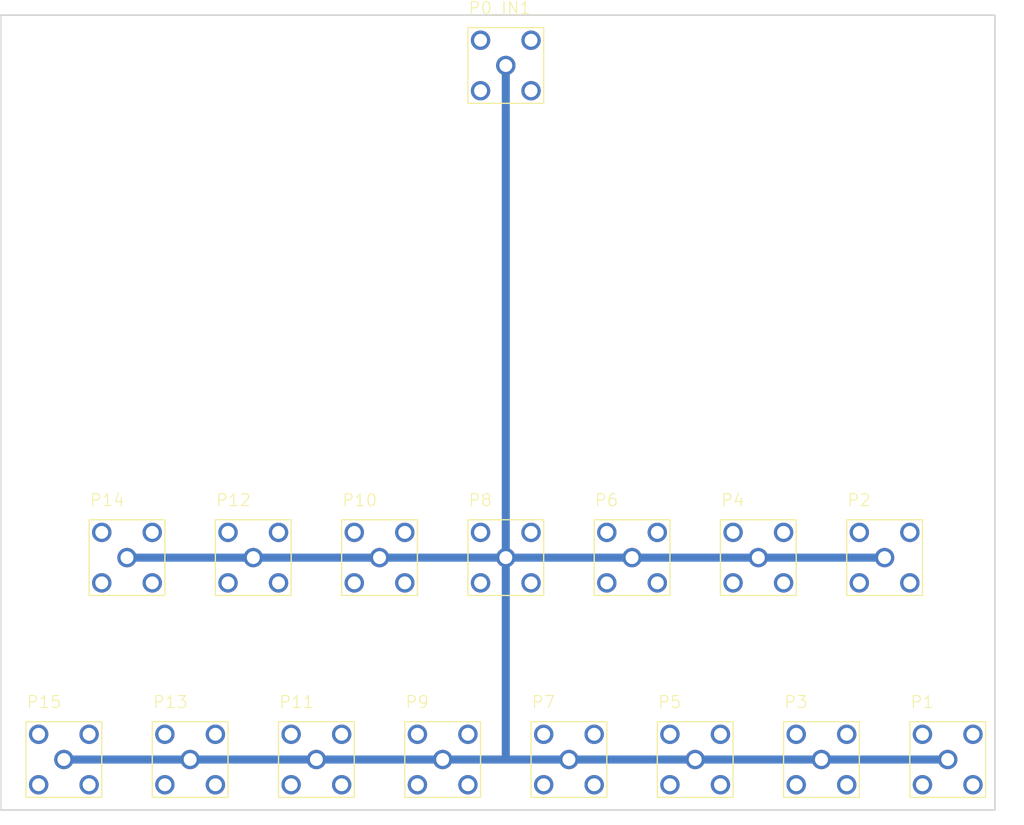
<source format=kicad_pcb>
(kicad_pcb (version 20171130) (host pcbnew 6.0.0-rc1-unknown-7a10feb~66~ubuntu14.04.1)

  (general
    (thickness 1.6)
    (drawings 4)
    (tracks 16)
    (zones 0)
    (modules 16)
    (nets 3)
  )

  (page A4)
  (layers
    (0 Top signal)
    (31 Bottom signal)
    (32 B.Adhes user)
    (33 F.Adhes user)
    (34 B.Paste user)
    (35 F.Paste user)
    (36 B.SilkS user)
    (37 F.SilkS user)
    (38 B.Mask user)
    (39 F.Mask user)
    (40 Dwgs.User user)
    (41 Cmts.User user)
    (42 Eco1.User user)
    (43 Eco2.User user)
    (44 Edge.Cuts user)
    (45 Margin user)
    (46 B.CrtYd user)
    (47 F.CrtYd user)
    (48 B.Fab user)
    (49 F.Fab user)
  )

  (setup
    (last_trace_width 0.25)
    (trace_clearance 0.2)
    (zone_clearance 0.508)
    (zone_45_only no)
    (trace_min 0.2)
    (via_size 0.8)
    (via_drill 0.4)
    (via_min_size 0.4)
    (via_min_drill 0.3)
    (uvia_size 0.3)
    (uvia_drill 0.1)
    (uvias_allowed no)
    (uvia_min_size 0.2)
    (uvia_min_drill 0.1)
    (edge_width 0.05)
    (segment_width 0.2)
    (pcb_text_width 0.3)
    (pcb_text_size 1.5 1.5)
    (mod_edge_width 0.12)
    (mod_text_size 1 1)
    (mod_text_width 0.15)
    (pad_size 1.524 1.524)
    (pad_drill 0.762)
    (pad_to_mask_clearance 0.2)
    (aux_axis_origin 0 0)
    (visible_elements FFFFFF7F)
    (pcbplotparams
      (layerselection 0x010fc_ffffffff)
      (usegerberextensions false)
      (usegerberattributes false)
      (usegerberadvancedattributes false)
      (creategerberjobfile false)
      (excludeedgelayer true)
      (linewidth 0.100000)
      (plotframeref false)
      (viasonmask false)
      (mode 1)
      (useauxorigin false)
      (hpglpennumber 1)
      (hpglpenspeed 20)
      (hpglpendiameter 15.000000)
      (psnegative false)
      (psa4output false)
      (plotreference true)
      (plotvalue true)
      (plotinvisibletext false)
      (padsonsilk false)
      (subtractmaskfromsilk false)
      (outputformat 1)
      (mirror false)
      (drillshape 1)
      (scaleselection 1)
      (outputdirectory ""))
  )

  (net 0 "")
  (net 1 GND)
  (net 2 "Net-(P0_IN1-PadP$1)")

  (net_class Default "This is the default net class."
    (clearance 0.2)
    (trace_width 0.25)
    (via_dia 0.8)
    (via_drill 0.4)
    (uvia_dia 0.3)
    (uvia_drill 0.1)
    (add_net GND)
    (add_net "Net-(P0_IN1-PadP$1)")
  )

  (module reference-tee-15pin:B-30 (layer Top) (tedit 0) (tstamp 5B7C439F)
    (at 149.3011 70.0736)
    (path /C8EC200DA6BFF619)
    (fp_text reference P0_IN1 (at -3.81 -5.08) (layer F.SilkS)
      (effects (font (size 1.2065 1.2065) (thickness 0.1016)) (justify left bottom))
    )
    (fp_text value SMB-50OHM (at -3.81 6.35) (layer F.Fab)
      (effects (font (size 1.2065 1.2065) (thickness 0.1016)) (justify left bottom))
    )
    (fp_line (start -3.81 3.81) (end -3.81 -3.81) (layer F.SilkS) (width 0.127))
    (fp_line (start 3.81 3.81) (end -3.81 3.81) (layer F.SilkS) (width 0.127))
    (fp_line (start 3.81 -3.81) (end 3.81 3.81) (layer F.SilkS) (width 0.127))
    (fp_line (start -3.81 -3.81) (end 3.81 -3.81) (layer F.SilkS) (width 0.127))
    (pad P$5 thru_hole circle (at 2.54 -2.54) (size 1.95 1.95) (drill 1.3) (layers *.Cu *.Mask)
      (net 1 GND) (solder_mask_margin 0.1016))
    (pad P$4 thru_hole circle (at 2.54 2.54) (size 1.95 1.95) (drill 1.3) (layers *.Cu *.Mask)
      (net 1 GND) (solder_mask_margin 0.1016))
    (pad P$3 thru_hole circle (at -2.54 2.54) (size 1.95 1.95) (drill 1.3) (layers *.Cu *.Mask)
      (net 1 GND) (solder_mask_margin 0.1016))
    (pad P$2 thru_hole circle (at -2.54 -2.54) (size 1.95 1.95) (drill 1.3) (layers *.Cu *.Mask)
      (net 1 GND) (solder_mask_margin 0.1016))
    (pad P$1 thru_hole circle (at 0 0) (size 1.95 1.95) (drill 1.3) (layers *.Cu *.Mask)
      (net 2 "Net-(P0_IN1-PadP$1)") (solder_mask_margin 0.1016))
  )

  (module reference-tee-15pin:B-30 (layer Top) (tedit 0) (tstamp 5B7C43AB)
    (at 193.7511 139.9236)
    (path /3904F63DF6E8D358)
    (fp_text reference P1 (at -3.81 -5.08) (layer F.SilkS)
      (effects (font (size 1.2065 1.2065) (thickness 0.1016)) (justify left bottom))
    )
    (fp_text value SMB-50OHM (at -3.81 6.35) (layer F.Fab)
      (effects (font (size 1.2065 1.2065) (thickness 0.1016)) (justify left bottom))
    )
    (fp_line (start -3.81 3.81) (end -3.81 -3.81) (layer F.SilkS) (width 0.127))
    (fp_line (start 3.81 3.81) (end -3.81 3.81) (layer F.SilkS) (width 0.127))
    (fp_line (start 3.81 -3.81) (end 3.81 3.81) (layer F.SilkS) (width 0.127))
    (fp_line (start -3.81 -3.81) (end 3.81 -3.81) (layer F.SilkS) (width 0.127))
    (pad P$5 thru_hole circle (at 2.54 -2.54) (size 1.95 1.95) (drill 1.3) (layers *.Cu *.Mask)
      (net 1 GND) (solder_mask_margin 0.1016))
    (pad P$4 thru_hole circle (at 2.54 2.54) (size 1.95 1.95) (drill 1.3) (layers *.Cu *.Mask)
      (net 1 GND) (solder_mask_margin 0.1016))
    (pad P$3 thru_hole circle (at -2.54 2.54) (size 1.95 1.95) (drill 1.3) (layers *.Cu *.Mask)
      (net 1 GND) (solder_mask_margin 0.1016))
    (pad P$2 thru_hole circle (at -2.54 -2.54) (size 1.95 1.95) (drill 1.3) (layers *.Cu *.Mask)
      (net 1 GND) (solder_mask_margin 0.1016))
    (pad P$1 thru_hole circle (at 0 0) (size 1.95 1.95) (drill 1.3) (layers *.Cu *.Mask)
      (net 2 "Net-(P0_IN1-PadP$1)") (solder_mask_margin 0.1016))
  )

  (module reference-tee-15pin:B-30 (layer Top) (tedit 0) (tstamp 5B7C43B7)
    (at 187.4011 119.6036)
    (path /56257BA901CDF5BD)
    (fp_text reference P2 (at -3.81 -5.08) (layer F.SilkS)
      (effects (font (size 1.2065 1.2065) (thickness 0.1016)) (justify left bottom))
    )
    (fp_text value SMB-50OHM (at -3.81 6.35) (layer F.Fab)
      (effects (font (size 1.2065 1.2065) (thickness 0.1016)) (justify left bottom))
    )
    (fp_line (start -3.81 3.81) (end -3.81 -3.81) (layer F.SilkS) (width 0.127))
    (fp_line (start 3.81 3.81) (end -3.81 3.81) (layer F.SilkS) (width 0.127))
    (fp_line (start 3.81 -3.81) (end 3.81 3.81) (layer F.SilkS) (width 0.127))
    (fp_line (start -3.81 -3.81) (end 3.81 -3.81) (layer F.SilkS) (width 0.127))
    (pad P$5 thru_hole circle (at 2.54 -2.54) (size 1.95 1.95) (drill 1.3) (layers *.Cu *.Mask)
      (net 1 GND) (solder_mask_margin 0.1016))
    (pad P$4 thru_hole circle (at 2.54 2.54) (size 1.95 1.95) (drill 1.3) (layers *.Cu *.Mask)
      (net 1 GND) (solder_mask_margin 0.1016))
    (pad P$3 thru_hole circle (at -2.54 2.54) (size 1.95 1.95) (drill 1.3) (layers *.Cu *.Mask)
      (net 1 GND) (solder_mask_margin 0.1016))
    (pad P$2 thru_hole circle (at -2.54 -2.54) (size 1.95 1.95) (drill 1.3) (layers *.Cu *.Mask)
      (net 1 GND) (solder_mask_margin 0.1016))
    (pad P$1 thru_hole circle (at 0 0) (size 1.95 1.95) (drill 1.3) (layers *.Cu *.Mask)
      (net 2 "Net-(P0_IN1-PadP$1)") (solder_mask_margin 0.1016))
  )

  (module reference-tee-15pin:B-30 (layer Top) (tedit 0) (tstamp 5B7C43C3)
    (at 181.0511 139.9236)
    (path /B38EB63A528B8185)
    (fp_text reference P3 (at -3.81 -5.08) (layer F.SilkS)
      (effects (font (size 1.2065 1.2065) (thickness 0.1016)) (justify left bottom))
    )
    (fp_text value SMB-50OHM (at -3.81 6.35) (layer F.Fab)
      (effects (font (size 1.2065 1.2065) (thickness 0.1016)) (justify left bottom))
    )
    (fp_line (start -3.81 3.81) (end -3.81 -3.81) (layer F.SilkS) (width 0.127))
    (fp_line (start 3.81 3.81) (end -3.81 3.81) (layer F.SilkS) (width 0.127))
    (fp_line (start 3.81 -3.81) (end 3.81 3.81) (layer F.SilkS) (width 0.127))
    (fp_line (start -3.81 -3.81) (end 3.81 -3.81) (layer F.SilkS) (width 0.127))
    (pad P$5 thru_hole circle (at 2.54 -2.54) (size 1.95 1.95) (drill 1.3) (layers *.Cu *.Mask)
      (net 1 GND) (solder_mask_margin 0.1016))
    (pad P$4 thru_hole circle (at 2.54 2.54) (size 1.95 1.95) (drill 1.3) (layers *.Cu *.Mask)
      (net 1 GND) (solder_mask_margin 0.1016))
    (pad P$3 thru_hole circle (at -2.54 2.54) (size 1.95 1.95) (drill 1.3) (layers *.Cu *.Mask)
      (net 1 GND) (solder_mask_margin 0.1016))
    (pad P$2 thru_hole circle (at -2.54 -2.54) (size 1.95 1.95) (drill 1.3) (layers *.Cu *.Mask)
      (net 1 GND) (solder_mask_margin 0.1016))
    (pad P$1 thru_hole circle (at 0 0) (size 1.95 1.95) (drill 1.3) (layers *.Cu *.Mask)
      (net 2 "Net-(P0_IN1-PadP$1)") (solder_mask_margin 0.1016))
  )

  (module reference-tee-15pin:B-30 (layer Top) (tedit 0) (tstamp 5B7C43CF)
    (at 174.7011 119.6036)
    (path /EDC8F9316EC7BA7E)
    (fp_text reference P4 (at -3.81 -5.08) (layer F.SilkS)
      (effects (font (size 1.2065 1.2065) (thickness 0.1016)) (justify left bottom))
    )
    (fp_text value SMB-50OHM (at -3.81 6.35) (layer F.Fab)
      (effects (font (size 1.2065 1.2065) (thickness 0.1016)) (justify left bottom))
    )
    (fp_line (start -3.81 3.81) (end -3.81 -3.81) (layer F.SilkS) (width 0.127))
    (fp_line (start 3.81 3.81) (end -3.81 3.81) (layer F.SilkS) (width 0.127))
    (fp_line (start 3.81 -3.81) (end 3.81 3.81) (layer F.SilkS) (width 0.127))
    (fp_line (start -3.81 -3.81) (end 3.81 -3.81) (layer F.SilkS) (width 0.127))
    (pad P$5 thru_hole circle (at 2.54 -2.54) (size 1.95 1.95) (drill 1.3) (layers *.Cu *.Mask)
      (net 1 GND) (solder_mask_margin 0.1016))
    (pad P$4 thru_hole circle (at 2.54 2.54) (size 1.95 1.95) (drill 1.3) (layers *.Cu *.Mask)
      (net 1 GND) (solder_mask_margin 0.1016))
    (pad P$3 thru_hole circle (at -2.54 2.54) (size 1.95 1.95) (drill 1.3) (layers *.Cu *.Mask)
      (net 1 GND) (solder_mask_margin 0.1016))
    (pad P$2 thru_hole circle (at -2.54 -2.54) (size 1.95 1.95) (drill 1.3) (layers *.Cu *.Mask)
      (net 1 GND) (solder_mask_margin 0.1016))
    (pad P$1 thru_hole circle (at 0 0) (size 1.95 1.95) (drill 1.3) (layers *.Cu *.Mask)
      (net 2 "Net-(P0_IN1-PadP$1)") (solder_mask_margin 0.1016))
  )

  (module reference-tee-15pin:B-30 (layer Top) (tedit 0) (tstamp 5B7C43DB)
    (at 168.3511 139.9236)
    (path /40061CDDDAF03981)
    (fp_text reference P5 (at -3.81 -5.08) (layer F.SilkS)
      (effects (font (size 1.2065 1.2065) (thickness 0.1016)) (justify left bottom))
    )
    (fp_text value SMB-50OHM (at -3.81 6.35) (layer F.Fab)
      (effects (font (size 1.2065 1.2065) (thickness 0.1016)) (justify left bottom))
    )
    (fp_line (start -3.81 3.81) (end -3.81 -3.81) (layer F.SilkS) (width 0.127))
    (fp_line (start 3.81 3.81) (end -3.81 3.81) (layer F.SilkS) (width 0.127))
    (fp_line (start 3.81 -3.81) (end 3.81 3.81) (layer F.SilkS) (width 0.127))
    (fp_line (start -3.81 -3.81) (end 3.81 -3.81) (layer F.SilkS) (width 0.127))
    (pad P$5 thru_hole circle (at 2.54 -2.54) (size 1.95 1.95) (drill 1.3) (layers *.Cu *.Mask)
      (net 1 GND) (solder_mask_margin 0.1016))
    (pad P$4 thru_hole circle (at 2.54 2.54) (size 1.95 1.95) (drill 1.3) (layers *.Cu *.Mask)
      (net 1 GND) (solder_mask_margin 0.1016))
    (pad P$3 thru_hole circle (at -2.54 2.54) (size 1.95 1.95) (drill 1.3) (layers *.Cu *.Mask)
      (net 1 GND) (solder_mask_margin 0.1016))
    (pad P$2 thru_hole circle (at -2.54 -2.54) (size 1.95 1.95) (drill 1.3) (layers *.Cu *.Mask)
      (net 1 GND) (solder_mask_margin 0.1016))
    (pad P$1 thru_hole circle (at 0 0) (size 1.95 1.95) (drill 1.3) (layers *.Cu *.Mask)
      (net 2 "Net-(P0_IN1-PadP$1)") (solder_mask_margin 0.1016))
  )

  (module reference-tee-15pin:B-30 (layer Top) (tedit 0) (tstamp 5B7C43E7)
    (at 162.0011 119.6036)
    (path /EE5BC0D6DE1619CA)
    (fp_text reference P6 (at -3.81 -5.08) (layer F.SilkS)
      (effects (font (size 1.2065 1.2065) (thickness 0.1016)) (justify left bottom))
    )
    (fp_text value SMB-50OHM (at -3.81 6.35) (layer F.Fab)
      (effects (font (size 1.2065 1.2065) (thickness 0.1016)) (justify left bottom))
    )
    (fp_line (start -3.81 3.81) (end -3.81 -3.81) (layer F.SilkS) (width 0.127))
    (fp_line (start 3.81 3.81) (end -3.81 3.81) (layer F.SilkS) (width 0.127))
    (fp_line (start 3.81 -3.81) (end 3.81 3.81) (layer F.SilkS) (width 0.127))
    (fp_line (start -3.81 -3.81) (end 3.81 -3.81) (layer F.SilkS) (width 0.127))
    (pad P$5 thru_hole circle (at 2.54 -2.54) (size 1.95 1.95) (drill 1.3) (layers *.Cu *.Mask)
      (net 1 GND) (solder_mask_margin 0.1016))
    (pad P$4 thru_hole circle (at 2.54 2.54) (size 1.95 1.95) (drill 1.3) (layers *.Cu *.Mask)
      (net 1 GND) (solder_mask_margin 0.1016))
    (pad P$3 thru_hole circle (at -2.54 2.54) (size 1.95 1.95) (drill 1.3) (layers *.Cu *.Mask)
      (net 1 GND) (solder_mask_margin 0.1016))
    (pad P$2 thru_hole circle (at -2.54 -2.54) (size 1.95 1.95) (drill 1.3) (layers *.Cu *.Mask)
      (net 1 GND) (solder_mask_margin 0.1016))
    (pad P$1 thru_hole circle (at 0 0) (size 1.95 1.95) (drill 1.3) (layers *.Cu *.Mask)
      (net 2 "Net-(P0_IN1-PadP$1)") (solder_mask_margin 0.1016))
  )

  (module reference-tee-15pin:B-30 (layer Top) (tedit 0) (tstamp 5B7C43F3)
    (at 155.6511 139.9236)
    (path /403853DD5E702B09)
    (fp_text reference P7 (at -3.81 -5.08) (layer F.SilkS)
      (effects (font (size 1.2065 1.2065) (thickness 0.1016)) (justify left bottom))
    )
    (fp_text value SMB-50OHM (at -3.81 6.35) (layer F.Fab)
      (effects (font (size 1.2065 1.2065) (thickness 0.1016)) (justify left bottom))
    )
    (fp_line (start -3.81 3.81) (end -3.81 -3.81) (layer F.SilkS) (width 0.127))
    (fp_line (start 3.81 3.81) (end -3.81 3.81) (layer F.SilkS) (width 0.127))
    (fp_line (start 3.81 -3.81) (end 3.81 3.81) (layer F.SilkS) (width 0.127))
    (fp_line (start -3.81 -3.81) (end 3.81 -3.81) (layer F.SilkS) (width 0.127))
    (pad P$5 thru_hole circle (at 2.54 -2.54) (size 1.95 1.95) (drill 1.3) (layers *.Cu *.Mask)
      (net 1 GND) (solder_mask_margin 0.1016))
    (pad P$4 thru_hole circle (at 2.54 2.54) (size 1.95 1.95) (drill 1.3) (layers *.Cu *.Mask)
      (net 1 GND) (solder_mask_margin 0.1016))
    (pad P$3 thru_hole circle (at -2.54 2.54) (size 1.95 1.95) (drill 1.3) (layers *.Cu *.Mask)
      (net 1 GND) (solder_mask_margin 0.1016))
    (pad P$2 thru_hole circle (at -2.54 -2.54) (size 1.95 1.95) (drill 1.3) (layers *.Cu *.Mask)
      (net 1 GND) (solder_mask_margin 0.1016))
    (pad P$1 thru_hole circle (at 0 0) (size 1.95 1.95) (drill 1.3) (layers *.Cu *.Mask)
      (net 2 "Net-(P0_IN1-PadP$1)") (solder_mask_margin 0.1016))
  )

  (module reference-tee-15pin:B-30 (layer Top) (tedit 0) (tstamp 5B7C43FF)
    (at 149.3011 119.6036)
    (path /64D38C5E5F48AB0A)
    (fp_text reference P8 (at -3.81 -5.08) (layer F.SilkS)
      (effects (font (size 1.2065 1.2065) (thickness 0.1016)) (justify left bottom))
    )
    (fp_text value SMB-50OHM (at -3.81 6.35) (layer F.Fab)
      (effects (font (size 1.2065 1.2065) (thickness 0.1016)) (justify left bottom))
    )
    (fp_line (start -3.81 3.81) (end -3.81 -3.81) (layer F.SilkS) (width 0.127))
    (fp_line (start 3.81 3.81) (end -3.81 3.81) (layer F.SilkS) (width 0.127))
    (fp_line (start 3.81 -3.81) (end 3.81 3.81) (layer F.SilkS) (width 0.127))
    (fp_line (start -3.81 -3.81) (end 3.81 -3.81) (layer F.SilkS) (width 0.127))
    (pad P$5 thru_hole circle (at 2.54 -2.54) (size 1.95 1.95) (drill 1.3) (layers *.Cu *.Mask)
      (net 1 GND) (solder_mask_margin 0.1016))
    (pad P$4 thru_hole circle (at 2.54 2.54) (size 1.95 1.95) (drill 1.3) (layers *.Cu *.Mask)
      (net 1 GND) (solder_mask_margin 0.1016))
    (pad P$3 thru_hole circle (at -2.54 2.54) (size 1.95 1.95) (drill 1.3) (layers *.Cu *.Mask)
      (net 1 GND) (solder_mask_margin 0.1016))
    (pad P$2 thru_hole circle (at -2.54 -2.54) (size 1.95 1.95) (drill 1.3) (layers *.Cu *.Mask)
      (net 1 GND) (solder_mask_margin 0.1016))
    (pad P$1 thru_hole circle (at 0 0) (size 1.95 1.95) (drill 1.3) (layers *.Cu *.Mask)
      (net 2 "Net-(P0_IN1-PadP$1)") (solder_mask_margin 0.1016))
  )

  (module reference-tee-15pin:B-30 (layer Top) (tedit 0) (tstamp 5B7C440B)
    (at 142.9511 139.9236)
    (path /825EDC5A4E67FE2B)
    (fp_text reference P9 (at -3.81 -5.08) (layer F.SilkS)
      (effects (font (size 1.2065 1.2065) (thickness 0.1016)) (justify left bottom))
    )
    (fp_text value SMB-50OHM (at -3.81 6.35) (layer F.Fab)
      (effects (font (size 1.2065 1.2065) (thickness 0.1016)) (justify left bottom))
    )
    (fp_line (start -3.81 3.81) (end -3.81 -3.81) (layer F.SilkS) (width 0.127))
    (fp_line (start 3.81 3.81) (end -3.81 3.81) (layer F.SilkS) (width 0.127))
    (fp_line (start 3.81 -3.81) (end 3.81 3.81) (layer F.SilkS) (width 0.127))
    (fp_line (start -3.81 -3.81) (end 3.81 -3.81) (layer F.SilkS) (width 0.127))
    (pad P$5 thru_hole circle (at 2.54 -2.54) (size 1.95 1.95) (drill 1.3) (layers *.Cu *.Mask)
      (net 1 GND) (solder_mask_margin 0.1016))
    (pad P$4 thru_hole circle (at 2.54 2.54) (size 1.95 1.95) (drill 1.3) (layers *.Cu *.Mask)
      (net 1 GND) (solder_mask_margin 0.1016))
    (pad P$3 thru_hole circle (at -2.54 2.54) (size 1.95 1.95) (drill 1.3) (layers *.Cu *.Mask)
      (net 1 GND) (solder_mask_margin 0.1016))
    (pad P$2 thru_hole circle (at -2.54 -2.54) (size 1.95 1.95) (drill 1.3) (layers *.Cu *.Mask)
      (net 1 GND) (solder_mask_margin 0.1016))
    (pad P$1 thru_hole circle (at 0 0) (size 1.95 1.95) (drill 1.3) (layers *.Cu *.Mask)
      (net 2 "Net-(P0_IN1-PadP$1)") (solder_mask_margin 0.1016))
  )

  (module reference-tee-15pin:B-30 (layer Top) (tedit 0) (tstamp 5B7C4417)
    (at 136.6011 119.6036)
    (path /2CA965E77367C0D)
    (fp_text reference P10 (at -3.81 -5.08) (layer F.SilkS)
      (effects (font (size 1.2065 1.2065) (thickness 0.1016)) (justify left bottom))
    )
    (fp_text value SMB-50OHM (at -3.81 6.35) (layer F.Fab)
      (effects (font (size 1.2065 1.2065) (thickness 0.1016)) (justify left bottom))
    )
    (fp_line (start -3.81 3.81) (end -3.81 -3.81) (layer F.SilkS) (width 0.127))
    (fp_line (start 3.81 3.81) (end -3.81 3.81) (layer F.SilkS) (width 0.127))
    (fp_line (start 3.81 -3.81) (end 3.81 3.81) (layer F.SilkS) (width 0.127))
    (fp_line (start -3.81 -3.81) (end 3.81 -3.81) (layer F.SilkS) (width 0.127))
    (pad P$5 thru_hole circle (at 2.54 -2.54) (size 1.95 1.95) (drill 1.3) (layers *.Cu *.Mask)
      (net 1 GND) (solder_mask_margin 0.1016))
    (pad P$4 thru_hole circle (at 2.54 2.54) (size 1.95 1.95) (drill 1.3) (layers *.Cu *.Mask)
      (net 1 GND) (solder_mask_margin 0.1016))
    (pad P$3 thru_hole circle (at -2.54 2.54) (size 1.95 1.95) (drill 1.3) (layers *.Cu *.Mask)
      (net 1 GND) (solder_mask_margin 0.1016))
    (pad P$2 thru_hole circle (at -2.54 -2.54) (size 1.95 1.95) (drill 1.3) (layers *.Cu *.Mask)
      (net 1 GND) (solder_mask_margin 0.1016))
    (pad P$1 thru_hole circle (at 0 0) (size 1.95 1.95) (drill 1.3) (layers *.Cu *.Mask)
      (net 2 "Net-(P0_IN1-PadP$1)") (solder_mask_margin 0.1016))
  )

  (module reference-tee-15pin:B-30 (layer Top) (tedit 0) (tstamp 5B7C4423)
    (at 130.2511 139.9236)
    (path /14094573C713E35D)
    (fp_text reference P11 (at -3.81 -5.08) (layer F.SilkS)
      (effects (font (size 1.2065 1.2065) (thickness 0.1016)) (justify left bottom))
    )
    (fp_text value SMB-50OHM (at -3.81 6.35) (layer F.Fab)
      (effects (font (size 1.2065 1.2065) (thickness 0.1016)) (justify left bottom))
    )
    (fp_line (start -3.81 3.81) (end -3.81 -3.81) (layer F.SilkS) (width 0.127))
    (fp_line (start 3.81 3.81) (end -3.81 3.81) (layer F.SilkS) (width 0.127))
    (fp_line (start 3.81 -3.81) (end 3.81 3.81) (layer F.SilkS) (width 0.127))
    (fp_line (start -3.81 -3.81) (end 3.81 -3.81) (layer F.SilkS) (width 0.127))
    (pad P$5 thru_hole circle (at 2.54 -2.54) (size 1.95 1.95) (drill 1.3) (layers *.Cu *.Mask)
      (net 1 GND) (solder_mask_margin 0.1016))
    (pad P$4 thru_hole circle (at 2.54 2.54) (size 1.95 1.95) (drill 1.3) (layers *.Cu *.Mask)
      (net 1 GND) (solder_mask_margin 0.1016))
    (pad P$3 thru_hole circle (at -2.54 2.54) (size 1.95 1.95) (drill 1.3) (layers *.Cu *.Mask)
      (net 1 GND) (solder_mask_margin 0.1016))
    (pad P$2 thru_hole circle (at -2.54 -2.54) (size 1.95 1.95) (drill 1.3) (layers *.Cu *.Mask)
      (net 1 GND) (solder_mask_margin 0.1016))
    (pad P$1 thru_hole circle (at 0 0) (size 1.95 1.95) (drill 1.3) (layers *.Cu *.Mask)
      (net 2 "Net-(P0_IN1-PadP$1)") (solder_mask_margin 0.1016))
  )

  (module reference-tee-15pin:B-30 (layer Top) (tedit 0) (tstamp 5B7C442F)
    (at 123.9011 119.6036)
    (path /5A795D2DFEBA8A9B)
    (fp_text reference P12 (at -3.81 -5.08) (layer F.SilkS)
      (effects (font (size 1.2065 1.2065) (thickness 0.1016)) (justify left bottom))
    )
    (fp_text value SMB-50OHM (at -3.81 6.35) (layer F.Fab)
      (effects (font (size 1.2065 1.2065) (thickness 0.1016)) (justify left bottom))
    )
    (fp_line (start -3.81 3.81) (end -3.81 -3.81) (layer F.SilkS) (width 0.127))
    (fp_line (start 3.81 3.81) (end -3.81 3.81) (layer F.SilkS) (width 0.127))
    (fp_line (start 3.81 -3.81) (end 3.81 3.81) (layer F.SilkS) (width 0.127))
    (fp_line (start -3.81 -3.81) (end 3.81 -3.81) (layer F.SilkS) (width 0.127))
    (pad P$5 thru_hole circle (at 2.54 -2.54) (size 1.95 1.95) (drill 1.3) (layers *.Cu *.Mask)
      (net 1 GND) (solder_mask_margin 0.1016))
    (pad P$4 thru_hole circle (at 2.54 2.54) (size 1.95 1.95) (drill 1.3) (layers *.Cu *.Mask)
      (net 1 GND) (solder_mask_margin 0.1016))
    (pad P$3 thru_hole circle (at -2.54 2.54) (size 1.95 1.95) (drill 1.3) (layers *.Cu *.Mask)
      (net 1 GND) (solder_mask_margin 0.1016))
    (pad P$2 thru_hole circle (at -2.54 -2.54) (size 1.95 1.95) (drill 1.3) (layers *.Cu *.Mask)
      (net 1 GND) (solder_mask_margin 0.1016))
    (pad P$1 thru_hole circle (at 0 0) (size 1.95 1.95) (drill 1.3) (layers *.Cu *.Mask)
      (net 2 "Net-(P0_IN1-PadP$1)") (solder_mask_margin 0.1016))
  )

  (module reference-tee-15pin:B-30 (layer Top) (tedit 0) (tstamp 5B7C443B)
    (at 117.5511 139.9236)
    (path /3CE47ED359F65DEF)
    (fp_text reference P13 (at -3.81 -5.08) (layer F.SilkS)
      (effects (font (size 1.2065 1.2065) (thickness 0.1016)) (justify left bottom))
    )
    (fp_text value SMB-50OHM (at -3.81 6.35) (layer F.Fab)
      (effects (font (size 1.2065 1.2065) (thickness 0.1016)) (justify left bottom))
    )
    (fp_line (start -3.81 3.81) (end -3.81 -3.81) (layer F.SilkS) (width 0.127))
    (fp_line (start 3.81 3.81) (end -3.81 3.81) (layer F.SilkS) (width 0.127))
    (fp_line (start 3.81 -3.81) (end 3.81 3.81) (layer F.SilkS) (width 0.127))
    (fp_line (start -3.81 -3.81) (end 3.81 -3.81) (layer F.SilkS) (width 0.127))
    (pad P$5 thru_hole circle (at 2.54 -2.54) (size 1.95 1.95) (drill 1.3) (layers *.Cu *.Mask)
      (net 1 GND) (solder_mask_margin 0.1016))
    (pad P$4 thru_hole circle (at 2.54 2.54) (size 1.95 1.95) (drill 1.3) (layers *.Cu *.Mask)
      (net 1 GND) (solder_mask_margin 0.1016))
    (pad P$3 thru_hole circle (at -2.54 2.54) (size 1.95 1.95) (drill 1.3) (layers *.Cu *.Mask)
      (net 1 GND) (solder_mask_margin 0.1016))
    (pad P$2 thru_hole circle (at -2.54 -2.54) (size 1.95 1.95) (drill 1.3) (layers *.Cu *.Mask)
      (net 1 GND) (solder_mask_margin 0.1016))
    (pad P$1 thru_hole circle (at 0 0) (size 1.95 1.95) (drill 1.3) (layers *.Cu *.Mask)
      (net 2 "Net-(P0_IN1-PadP$1)") (solder_mask_margin 0.1016))
  )

  (module reference-tee-15pin:B-30 (layer Top) (tedit 0) (tstamp 5B7C4447)
    (at 111.2011 119.6036)
    (path /5B5A9200CAEDB082)
    (fp_text reference P14 (at -3.81 -5.08) (layer F.SilkS)
      (effects (font (size 1.2065 1.2065) (thickness 0.1016)) (justify left bottom))
    )
    (fp_text value SMB-50OHM (at -3.81 6.35) (layer F.Fab)
      (effects (font (size 1.2065 1.2065) (thickness 0.1016)) (justify left bottom))
    )
    (fp_line (start -3.81 3.81) (end -3.81 -3.81) (layer F.SilkS) (width 0.127))
    (fp_line (start 3.81 3.81) (end -3.81 3.81) (layer F.SilkS) (width 0.127))
    (fp_line (start 3.81 -3.81) (end 3.81 3.81) (layer F.SilkS) (width 0.127))
    (fp_line (start -3.81 -3.81) (end 3.81 -3.81) (layer F.SilkS) (width 0.127))
    (pad P$5 thru_hole circle (at 2.54 -2.54) (size 1.95 1.95) (drill 1.3) (layers *.Cu *.Mask)
      (net 1 GND) (solder_mask_margin 0.1016))
    (pad P$4 thru_hole circle (at 2.54 2.54) (size 1.95 1.95) (drill 1.3) (layers *.Cu *.Mask)
      (net 1 GND) (solder_mask_margin 0.1016))
    (pad P$3 thru_hole circle (at -2.54 2.54) (size 1.95 1.95) (drill 1.3) (layers *.Cu *.Mask)
      (net 1 GND) (solder_mask_margin 0.1016))
    (pad P$2 thru_hole circle (at -2.54 -2.54) (size 1.95 1.95) (drill 1.3) (layers *.Cu *.Mask)
      (net 1 GND) (solder_mask_margin 0.1016))
    (pad P$1 thru_hole circle (at 0 0) (size 1.95 1.95) (drill 1.3) (layers *.Cu *.Mask)
      (net 2 "Net-(P0_IN1-PadP$1)") (solder_mask_margin 0.1016))
  )

  (module reference-tee-15pin:B-30 (layer Top) (tedit 0) (tstamp 5B7C4453)
    (at 104.8511 139.9236)
    (path /4449C1EB56381C9F)
    (fp_text reference P15 (at -3.81 -5.08) (layer F.SilkS)
      (effects (font (size 1.2065 1.2065) (thickness 0.1016)) (justify left bottom))
    )
    (fp_text value SMB-50OHM (at -3.81 6.35) (layer F.Fab)
      (effects (font (size 1.2065 1.2065) (thickness 0.1016)) (justify left bottom))
    )
    (fp_line (start -3.81 3.81) (end -3.81 -3.81) (layer F.SilkS) (width 0.127))
    (fp_line (start 3.81 3.81) (end -3.81 3.81) (layer F.SilkS) (width 0.127))
    (fp_line (start 3.81 -3.81) (end 3.81 3.81) (layer F.SilkS) (width 0.127))
    (fp_line (start -3.81 -3.81) (end 3.81 -3.81) (layer F.SilkS) (width 0.127))
    (pad P$5 thru_hole circle (at 2.54 -2.54) (size 1.95 1.95) (drill 1.3) (layers *.Cu *.Mask)
      (net 1 GND) (solder_mask_margin 0.1016))
    (pad P$4 thru_hole circle (at 2.54 2.54) (size 1.95 1.95) (drill 1.3) (layers *.Cu *.Mask)
      (net 1 GND) (solder_mask_margin 0.1016))
    (pad P$3 thru_hole circle (at -2.54 2.54) (size 1.95 1.95) (drill 1.3) (layers *.Cu *.Mask)
      (net 1 GND) (solder_mask_margin 0.1016))
    (pad P$2 thru_hole circle (at -2.54 -2.54) (size 1.95 1.95) (drill 1.3) (layers *.Cu *.Mask)
      (net 1 GND) (solder_mask_margin 0.1016))
    (pad P$1 thru_hole circle (at 0 0) (size 1.95 1.95) (drill 1.3) (layers *.Cu *.Mask)
      (net 2 "Net-(P0_IN1-PadP$1)") (solder_mask_margin 0.1016))
  )

  (gr_line (start 98.5011 145.0036) (end 198.5011 145.0036) (layer Edge.Cuts) (width 0.15) (tstamp 3843620))
  (gr_line (start 198.5011 145.0036) (end 198.5011 65.0036) (layer Edge.Cuts) (width 0.15) (tstamp 3397400))
  (gr_line (start 198.5011 65.0036) (end 98.5011 65.0036) (layer Edge.Cuts) (width 0.15) (tstamp 33978A0))
  (gr_line (start 98.5011 65.0036) (end 98.5011 145.0036) (layer Edge.Cuts) (width 0.15) (tstamp 3A71200))

  (segment (start 149.3011 119.6036) (end 149.3011 70.0736) (width 0.8128) (layer Bottom) (net 2) (tstamp 4CD6440))
  (segment (start 149.3011 139.9236) (end 149.3011 119.6036) (width 0.8128) (layer Bottom) (net 2) (tstamp 4040200))
  (segment (start 149.3011 119.6036) (end 136.6011 119.6036) (width 0.8128) (layer Bottom) (net 2) (tstamp 4040740))
  (segment (start 149.3011 119.6036) (end 162.0011 119.6036) (width 0.8128) (layer Bottom) (net 2) (tstamp 4040C80))
  (segment (start 162.0011 119.6036) (end 174.7011 119.6036) (width 0.8128) (layer Bottom) (net 2) (tstamp 41A1070))
  (segment (start 174.7011 119.6036) (end 187.4011 119.6036) (width 0.8128) (layer Bottom) (net 2) (tstamp 41A15B0))
  (segment (start 149.3011 139.9236) (end 155.6511 139.9236) (width 0.8128) (layer Bottom) (net 2) (tstamp 41A1AF0))
  (segment (start 155.6511 139.9236) (end 168.3511 139.9236) (width 0.8128) (layer Bottom) (net 2) (tstamp 5CF4490))
  (segment (start 168.3511 139.9236) (end 181.0511 139.9236) (width 0.8128) (layer Bottom) (net 2) (tstamp 5CF49D0))
  (segment (start 181.0511 139.9236) (end 193.7511 139.9236) (width 0.8128) (layer Bottom) (net 2) (tstamp 3BF7420))
  (segment (start 142.9511 139.9236) (end 149.3011 139.9236) (width 0.8128) (layer Bottom) (net 2) (tstamp 3BF7960))
  (segment (start 130.2511 139.9236) (end 142.9511 139.9236) (width 0.8128) (layer Bottom) (net 2) (tstamp 3BF7EA0))
  (segment (start 117.5511 139.9236) (end 130.2511 139.9236) (width 0.8128) (layer Bottom) (net 2) (tstamp 4A54F50))
  (segment (start 104.8511 139.9236) (end 117.5511 139.9236) (width 0.8128) (layer Bottom) (net 2) (tstamp 4A55490))
  (segment (start 136.6011 119.6036) (end 123.9011 119.6036) (width 0.8128) (layer Bottom) (net 2) (tstamp 3DEF5A0))
  (segment (start 123.9011 119.6036) (end 111.2011 119.6036) (width 0.8128) (layer Bottom) (net 2) (tstamp 3DEFAB0))

  (zone (net 1) (net_name GND) (layer Bottom) (tstamp 34EC710) (hatch edge 0.508)
    (priority 6)
    (connect_pads (clearance 0.4064))
    (min_thickness 0.254)
    (fill (arc_segments 32) (thermal_gap 0.304) (thermal_bridge_width 0.304))
    (polygon
      (pts
        (xy 99.7711 66.2636) (xy 197.5611 66.2636) (xy 197.5611 143.7336) (xy 99.7711 143.7336)
      )
    )
  )
)

</source>
